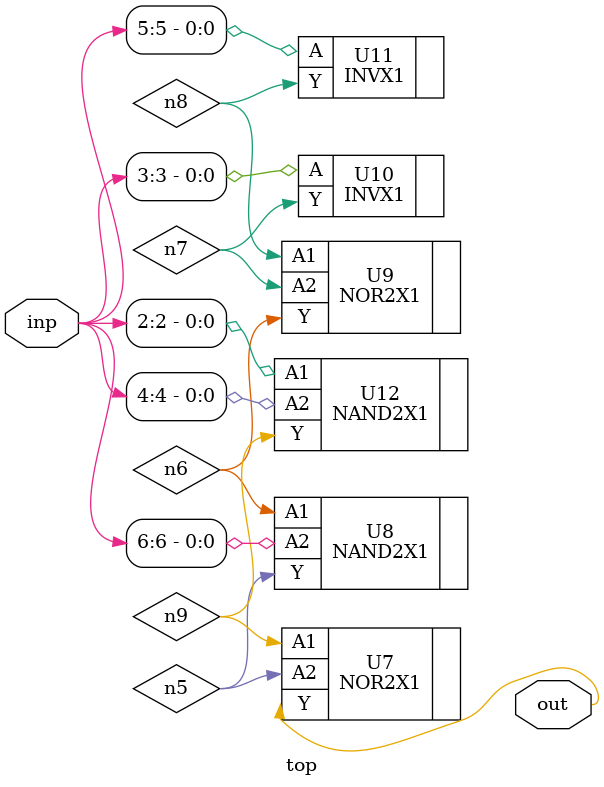
<source format=sv>


module top ( inp, out );
  input [6:0] inp;
  output out;
  wire   n5, n6, n7, n8, n9;

  NOR2X1 U7 ( .A1(n9), .A2(n5), .Y(out) );
  NAND2X1 U8 ( .A1(n6), .A2(inp[6]), .Y(n5) );
  NOR2X1 U9 ( .A1(n8), .A2(n7), .Y(n6) );
  INVX1 U10 ( .A(inp[3]), .Y(n7) );
  INVX1 U11 ( .A(inp[5]), .Y(n8) );
  NAND2X1 U12 ( .A1(inp[2]), .A2(inp[4]), .Y(n9) );
endmodule


</source>
